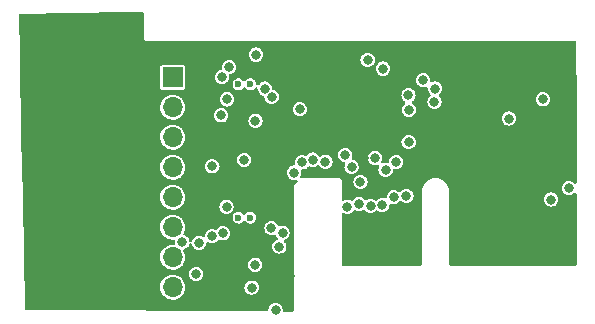
<source format=gbr>
%TF.GenerationSoftware,KiCad,Pcbnew,8.0.4*%
%TF.CreationDate,2024-09-17T19:46:24+01:00*%
%TF.ProjectId,ADE_Main_V4,4144455f-4d61-4696-9e5f-56342e6b6963,rev?*%
%TF.SameCoordinates,Original*%
%TF.FileFunction,Copper,L2,Inr*%
%TF.FilePolarity,Positive*%
%FSLAX46Y46*%
G04 Gerber Fmt 4.6, Leading zero omitted, Abs format (unit mm)*
G04 Created by KiCad (PCBNEW 8.0.4) date 2024-09-17 19:46:24*
%MOMM*%
%LPD*%
G01*
G04 APERTURE LIST*
%TA.AperFunction,ComponentPad*%
%ADD10C,0.600000*%
%TD*%
%TA.AperFunction,ComponentPad*%
%ADD11R,1.700000X1.700000*%
%TD*%
%TA.AperFunction,ComponentPad*%
%ADD12O,1.700000X1.700000*%
%TD*%
%TA.AperFunction,ViaPad*%
%ADD13C,0.800000*%
%TD*%
G04 APERTURE END LIST*
D10*
%TO.N,/UM*%
%TO.C,U3*%
X-180000Y36100000D03*
X-1180000Y36100000D03*
%TD*%
%TO.N,/UM*%
%TO.C,U1*%
X-180000Y24810000D03*
X-1180000Y24810000D03*
%TD*%
D11*
%TO.N,/RRP*%
%TO.C,J15*%
X-6750200Y36692980D03*
D12*
%TO.N,/RRM*%
X-6750200Y34152980D03*
%TO.N,/RSP*%
X-6750200Y31612980D03*
%TO.N,/RSM*%
X-6750200Y29072980D03*
%TO.N,/RTP*%
X-6750200Y26532980D03*
%TO.N,/RTM*%
X-6750200Y23992980D03*
%TO.N,/RNP*%
X-6750200Y21452980D03*
%TO.N,/RNM*%
X-6750200Y18912980D03*
%TD*%
D13*
%TO.N,GND*%
X12877800Y28778200D03*
X-16100000Y27403599D03*
X3048000Y37363400D03*
X-18640000Y32483599D03*
X12065000Y27940000D03*
X24540000Y32483599D03*
X-2540000Y39344600D03*
X-18640000Y24863599D03*
X17246600Y26085800D03*
X-18640000Y27403599D03*
X19460000Y37563599D03*
X4430000Y37400000D03*
X3200400Y19862800D03*
X-14440000Y37200000D03*
X13843000Y27762200D03*
X-14100000Y23060000D03*
X4428453Y33111500D03*
X17018000Y27711400D03*
X-13450000Y18140000D03*
X16920000Y37563599D03*
X-18640000Y29943599D03*
X390000Y17940000D03*
X9457677Y29825500D03*
X16459200Y32664400D03*
X5540000Y38930000D03*
X-13560000Y27403599D03*
X-16100000Y32483599D03*
X13868400Y25908000D03*
X-18640000Y37563599D03*
X-18640000Y22323599D03*
X-16100000Y24863599D03*
X-18640000Y19783599D03*
X1001000Y26060000D03*
X-13560000Y24863599D03*
X-16100000Y22323599D03*
X24540000Y37563599D03*
X670000Y28320000D03*
X-16100000Y29943599D03*
X-5230000Y25880000D03*
X660000Y31690000D03*
X-13560000Y40103599D03*
X-18640000Y35023599D03*
X-16100000Y19783599D03*
X1850000Y39045500D03*
X-11020000Y40103599D03*
X-13560000Y19783599D03*
X-16100000Y35023599D03*
X-16100000Y37563599D03*
X20497800Y32283400D03*
X-14520000Y29090000D03*
%TO.N,+3V3*%
X1955800Y16967200D03*
X26797000Y27305000D03*
X25298400Y26339800D03*
X11050000Y37425000D03*
X15443200Y35737800D03*
X24587200Y34823400D03*
X11277600Y28854400D03*
X-2190000Y25740000D03*
X12166600Y29514800D03*
X-1975500Y37553372D03*
%TO.N,/AVDDOUT*%
X7863900Y30124400D03*
%TO.N,/DVDDOUT*%
X9753600Y38150800D03*
%TO.N,/REF*%
X4013200Y33985200D03*
%TO.N,/ISP*%
X1040000Y35730000D03*
X-2150000Y34820000D03*
%TO.N,/INP*%
X2550000Y23540000D03*
X-2510000Y23480000D03*
%TO.N,/UR+*%
X11970000Y26540000D03*
X3524020Y28620000D03*
%TO.N,/US+*%
X10000000Y25800000D03*
X9143911Y27833911D03*
X5100000Y29720000D03*
%TO.N,/UT+*%
X8050000Y25740000D03*
%TO.N,/ADE_Reset*%
X21717000Y33197800D03*
%TO.N,/O_IN*%
X10375000Y29850000D03*
%TO.N,/SCLK*%
X13250000Y33950000D03*
X13225000Y31200000D03*
%TO.N,/MISO*%
X13214638Y35157566D03*
%TO.N,/MOSI*%
X15409211Y34609211D03*
%TO.N,/SS*%
X14459548Y36442005D03*
%TO.N,/RN*%
X-5934500Y22738843D03*
X-4520000Y22670000D03*
%TO.N,Net-(C5-Pad2)*%
X-3410000Y23230000D03*
X230000Y20824500D03*
%TO.N,Net-(C6-Pad2)*%
X260000Y33020000D03*
X-2650000Y33470000D03*
%TO.N,Net-(C13-Pad2)*%
X-700000Y29710000D03*
X-3390000Y29150000D03*
%TO.N,Net-(C16-Pad2)*%
X309163Y38610563D03*
X-2600000Y36690000D03*
%TO.N,/UM*%
X1610000Y23910000D03*
X1625500Y35047145D03*
X2277484Y22357547D03*
%TO.N,/C+*%
X-70000Y18890000D03*
%TO.N,/UR-*%
X4230000Y29490000D03*
X13040000Y26640000D03*
%TO.N,/US-*%
X11000000Y25870000D03*
X6182300Y29546200D03*
X8393411Y29123411D03*
%TO.N,/UT-*%
X9020000Y25950000D03*
%TO.N,/C-*%
X-4765656Y20033911D03*
%TD*%
%TA.AperFunction,Conductor*%
%TO.N,GND*%
G36*
X-9259161Y42182212D02*
G01*
X-9212025Y42129120D01*
X-9200000Y42075401D01*
X-9200000Y40005877D01*
X-9200045Y39954551D01*
X-9193902Y39941758D01*
X-9192773Y39936790D01*
X-9190215Y39929465D01*
X-9188006Y39924875D01*
X-9184850Y39911038D01*
X-9176006Y39899939D01*
X-9173636Y39895015D01*
X-9170084Y39889353D01*
X-9166688Y39885084D01*
X-9160547Y39872295D01*
X-9149464Y39863432D01*
X-9146293Y39859446D01*
X-9140809Y39853952D01*
X-9136827Y39850773D01*
X-9127985Y39839677D01*
X-9115207Y39833514D01*
X-9110936Y39830104D01*
X-9105286Y39826546D01*
X-9100366Y39824168D01*
X-9089285Y39815306D01*
X-9075457Y39812126D01*
X-9070876Y39809912D01*
X-9063551Y39807339D01*
X-9058580Y39806201D01*
X-9045798Y39800035D01*
X-9022787Y39800015D01*
X-9022789Y39798003D01*
X-9022723Y39797988D01*
X-9022723Y39800000D01*
X-9005877Y39800000D01*
X-8954551Y39799955D01*
X-8954555Y39795150D01*
X-8954457Y39795144D01*
X-8954457Y39800000D01*
X27281224Y39800000D01*
X27349345Y39779998D01*
X27395838Y39726342D01*
X27407221Y39674922D01*
X27447818Y34120002D01*
X27449997Y33821830D01*
X27450000Y33820909D01*
X27450000Y27811231D01*
X27429998Y27743110D01*
X27376342Y27696617D01*
X27306068Y27686513D01*
X27241488Y27716007D01*
X27234905Y27722136D01*
X27230305Y27726736D01*
X27225282Y27733282D01*
X27099841Y27829536D01*
X26953762Y27890044D01*
X26797000Y27910682D01*
X26640238Y27890044D01*
X26494159Y27829536D01*
X26368718Y27733282D01*
X26272464Y27607841D01*
X26211956Y27461762D01*
X26191318Y27305000D01*
X26211956Y27148238D01*
X26272464Y27002159D01*
X26368718Y26876718D01*
X26494159Y26780464D01*
X26640238Y26719956D01*
X26797000Y26699318D01*
X26805188Y26700396D01*
X26945574Y26718878D01*
X26953762Y26719956D01*
X27099841Y26780464D01*
X27225282Y26876718D01*
X27230305Y26883264D01*
X27234905Y26887864D01*
X27297217Y26921890D01*
X27368032Y26916825D01*
X27424868Y26874278D01*
X27449679Y26807758D01*
X27450000Y26798769D01*
X27450000Y20869636D01*
X27429998Y20801515D01*
X27376342Y20755022D01*
X27323965Y20743636D01*
X19821103Y20745780D01*
X16775964Y20746650D01*
X16707849Y20766672D01*
X16661371Y20820340D01*
X16650000Y20872650D01*
X16650000Y26339800D01*
X24692718Y26339800D01*
X24693796Y26331612D01*
X24710242Y26206695D01*
X24713356Y26183038D01*
X24773864Y26036959D01*
X24870118Y25911518D01*
X24995559Y25815264D01*
X25141638Y25754756D01*
X25298400Y25734118D01*
X25306588Y25735196D01*
X25446974Y25753678D01*
X25455162Y25754756D01*
X25601241Y25815264D01*
X25726682Y25911518D01*
X25822936Y26036959D01*
X25883444Y26183038D01*
X25886559Y26206695D01*
X25903004Y26331612D01*
X25904082Y26339800D01*
X25883444Y26496562D01*
X25822936Y26642641D01*
X25726682Y26768082D01*
X25601241Y26864336D01*
X25455162Y26924844D01*
X25298400Y26945482D01*
X25141638Y26924844D01*
X24995559Y26864336D01*
X24870118Y26768082D01*
X24773864Y26642641D01*
X24713356Y26496562D01*
X24692718Y26339800D01*
X16650000Y26339800D01*
X16650000Y26962688D01*
X16653254Y26991140D01*
X16655142Y26999284D01*
X16655143Y27000000D01*
X16654316Y27003625D01*
X16654627Y27005395D01*
X16653926Y27005334D01*
X16648992Y27061733D01*
X16636855Y27200458D01*
X16630267Y27225044D01*
X16586198Y27389516D01*
X16586197Y27389518D01*
X16584775Y27394826D01*
X16580418Y27404169D01*
X16502060Y27572210D01*
X16502057Y27572215D01*
X16499734Y27577197D01*
X16395025Y27726736D01*
X16387475Y27737519D01*
X16387473Y27737521D01*
X16384316Y27742030D01*
X16242030Y27884316D01*
X16232311Y27891122D01*
X16103583Y27981258D01*
X16077197Y27999734D01*
X16072215Y28002057D01*
X16072210Y28002060D01*
X15899808Y28082452D01*
X15899807Y28082453D01*
X15894826Y28084775D01*
X15889518Y28086197D01*
X15889516Y28086198D01*
X15705773Y28135431D01*
X15705772Y28135431D01*
X15700458Y28136855D01*
X15500000Y28154393D01*
X15299542Y28136855D01*
X15294228Y28135431D01*
X15294227Y28135431D01*
X15110484Y28086198D01*
X15110482Y28086197D01*
X15105174Y28084775D01*
X15100194Y28082453D01*
X15100192Y28082452D01*
X14927791Y28002060D01*
X14927786Y28002057D01*
X14922804Y27999734D01*
X14918297Y27996578D01*
X14918295Y27996577D01*
X14762481Y27887475D01*
X14762478Y27887473D01*
X14757970Y27884316D01*
X14615684Y27742030D01*
X14612527Y27737521D01*
X14612525Y27737519D01*
X14604975Y27726736D01*
X14500266Y27577197D01*
X14497943Y27572215D01*
X14497940Y27572210D01*
X14419582Y27404169D01*
X14415225Y27394826D01*
X14413803Y27389518D01*
X14413802Y27389516D01*
X14369733Y27225044D01*
X14363145Y27200458D01*
X14346118Y27005842D01*
X14344857Y27000358D01*
X14347988Y26986519D01*
X14347980Y26981631D01*
X14350000Y26963552D01*
X14350000Y20873379D01*
X14329998Y20805258D01*
X14276342Y20758765D01*
X14223965Y20747379D01*
X10703074Y20748385D01*
X7675964Y20749250D01*
X7607849Y20769272D01*
X7561371Y20822940D01*
X7550000Y20875250D01*
X7550000Y25112300D01*
X7570002Y25180421D01*
X7623658Y25226914D01*
X7693932Y25237018D01*
X7739000Y25221419D01*
X7740609Y25220490D01*
X7747159Y25215464D01*
X7754785Y25212305D01*
X7754787Y25212304D01*
X7831760Y25180421D01*
X7893238Y25154956D01*
X8050000Y25134318D01*
X8058188Y25135396D01*
X8198574Y25153878D01*
X8206762Y25154956D01*
X8352841Y25215464D01*
X8478282Y25311718D01*
X8545498Y25399316D01*
X8602835Y25441182D01*
X8673706Y25445404D01*
X8708457Y25431732D01*
X8710611Y25430488D01*
X8717159Y25425464D01*
X8724785Y25422305D01*
X8724787Y25422304D01*
X8831102Y25378267D01*
X8863238Y25364956D01*
X9020000Y25344318D01*
X9028188Y25345396D01*
X9168574Y25363878D01*
X9176762Y25364956D01*
X9322841Y25425464D01*
X9329394Y25430492D01*
X9329397Y25430494D01*
X9353567Y25449040D01*
X9419787Y25474641D01*
X9489336Y25460376D01*
X9530234Y25425781D01*
X9566692Y25378267D01*
X9566695Y25378264D01*
X9571718Y25371718D01*
X9697159Y25275464D01*
X9843238Y25214956D01*
X10000000Y25194318D01*
X10008188Y25195396D01*
X10148574Y25213878D01*
X10156762Y25214956D01*
X10302841Y25275464D01*
X10428282Y25371718D01*
X10433305Y25378264D01*
X10433308Y25378267D01*
X10438541Y25385087D01*
X10495879Y25426955D01*
X10566749Y25431177D01*
X10615208Y25408347D01*
X10697159Y25345464D01*
X10843238Y25284956D01*
X11000000Y25264318D01*
X11008188Y25265396D01*
X11018724Y25266783D01*
X11156762Y25284956D01*
X11302841Y25345464D01*
X11407099Y25425464D01*
X11421736Y25436695D01*
X11428282Y25441718D01*
X11524536Y25567159D01*
X11585044Y25713238D01*
X11605588Y25869287D01*
X11634310Y25934214D01*
X11693575Y25973306D01*
X11764567Y25974151D01*
X11778727Y25969250D01*
X11805605Y25958117D01*
X11805610Y25958116D01*
X11813238Y25954956D01*
X11970000Y25934318D01*
X11978188Y25935396D01*
X12118574Y25953878D01*
X12126762Y25954956D01*
X12272841Y26015464D01*
X12398282Y26111718D01*
X12403305Y26118264D01*
X12403308Y26118267D01*
X12448971Y26177777D01*
X12506309Y26219645D01*
X12577180Y26223867D01*
X12625637Y26201037D01*
X12737159Y26115464D01*
X12883238Y26054956D01*
X13040000Y26034318D01*
X13048188Y26035396D01*
X13188574Y26053878D01*
X13196762Y26054956D01*
X13342841Y26115464D01*
X13468282Y26211718D01*
X13564536Y26337159D01*
X13625044Y26483238D01*
X13645682Y26640000D01*
X13628820Y26768082D01*
X13626122Y26788574D01*
X13625044Y26796762D01*
X13564536Y26942841D01*
X13468282Y27068282D01*
X13342841Y27164536D01*
X13196762Y27225044D01*
X13172570Y27228229D01*
X13048188Y27244604D01*
X13040000Y27245682D01*
X13031812Y27244604D01*
X12907431Y27228229D01*
X12883238Y27225044D01*
X12737159Y27164536D01*
X12611718Y27068282D01*
X12606695Y27061736D01*
X12606692Y27061733D01*
X12561029Y27002223D01*
X12503691Y26960355D01*
X12432820Y26956133D01*
X12384362Y26978963D01*
X12356946Y27000000D01*
X12272841Y27064536D01*
X12126762Y27125044D01*
X11970000Y27145682D01*
X11813238Y27125044D01*
X11667159Y27064536D01*
X11541718Y26968282D01*
X11445464Y26842841D01*
X11384956Y26696762D01*
X11366141Y26553843D01*
X11364412Y26540713D01*
X11335690Y26475786D01*
X11276425Y26436694D01*
X11205433Y26435849D01*
X11191273Y26440750D01*
X11164395Y26451883D01*
X11164390Y26451884D01*
X11156762Y26455044D01*
X11000000Y26475682D01*
X10843238Y26455044D01*
X10697159Y26394536D01*
X10571718Y26298282D01*
X10566695Y26291736D01*
X10566692Y26291733D01*
X10561459Y26284913D01*
X10504121Y26243045D01*
X10433251Y26238823D01*
X10384792Y26261653D01*
X10348339Y26289624D01*
X10302841Y26324536D01*
X10156762Y26385044D01*
X10000000Y26405682D01*
X9843238Y26385044D01*
X9697159Y26324536D01*
X9690608Y26319509D01*
X9690603Y26319506D01*
X9666433Y26300960D01*
X9600213Y26275359D01*
X9530664Y26289624D01*
X9489766Y26324219D01*
X9453308Y26371733D01*
X9453304Y26371737D01*
X9448282Y26378282D01*
X9322841Y26474536D01*
X9176762Y26535044D01*
X9133702Y26540713D01*
X9080493Y26547718D01*
X9020000Y26555682D01*
X8959507Y26547718D01*
X8906299Y26540713D01*
X8863238Y26535044D01*
X8717159Y26474536D01*
X8591718Y26378282D01*
X8526483Y26293265D01*
X8524503Y26290685D01*
X8467165Y26248818D01*
X8396294Y26244596D01*
X8361543Y26258268D01*
X8359389Y26259512D01*
X8352841Y26264536D01*
X8345215Y26267695D01*
X8345213Y26267696D01*
X8214391Y26321884D01*
X8206762Y26325044D01*
X8050000Y26345682D01*
X7893238Y26325044D01*
X7885609Y26321884D01*
X7754787Y26267696D01*
X7754785Y26267695D01*
X7747159Y26264536D01*
X7740609Y26259510D01*
X7739000Y26258581D01*
X7670005Y26241843D01*
X7602913Y26265063D01*
X7559026Y26320871D01*
X7550000Y26367700D01*
X7550000Y27833911D01*
X8538229Y27833911D01*
X8558867Y27677149D01*
X8619375Y27531070D01*
X8666703Y27469391D01*
X8710440Y27412392D01*
X8715629Y27405629D01*
X8841070Y27309375D01*
X8987149Y27248867D01*
X8995337Y27247789D01*
X9019530Y27244604D01*
X9143911Y27228229D01*
X9152099Y27229307D01*
X9292485Y27247789D01*
X9300673Y27248867D01*
X9446752Y27309375D01*
X9572193Y27405629D01*
X9577383Y27412392D01*
X9621119Y27469391D01*
X9668447Y27531070D01*
X9728955Y27677149D01*
X9749593Y27833911D01*
X9728955Y27990673D01*
X9668447Y28136752D01*
X9572193Y28262193D01*
X9446752Y28358447D01*
X9300673Y28418955D01*
X9143911Y28439593D01*
X8987149Y28418955D01*
X8841070Y28358447D01*
X8715629Y28262193D01*
X8619375Y28136752D01*
X8558867Y27990673D01*
X8538229Y27833911D01*
X7550000Y27833911D01*
X7550000Y27944123D01*
X7550033Y27981258D01*
X7550033Y27981260D01*
X7550045Y27995449D01*
X7543902Y28008242D01*
X7542773Y28013210D01*
X7540215Y28020535D01*
X7538006Y28025125D01*
X7534850Y28038962D01*
X7526006Y28050061D01*
X7523636Y28054985D01*
X7520084Y28060647D01*
X7516688Y28064916D01*
X7510547Y28077705D01*
X7499464Y28086568D01*
X7496293Y28090554D01*
X7490809Y28096048D01*
X7486827Y28099227D01*
X7477985Y28110323D01*
X7465207Y28116486D01*
X7460936Y28119896D01*
X7455286Y28123454D01*
X7450366Y28125832D01*
X7439285Y28134694D01*
X7425457Y28137874D01*
X7420876Y28140088D01*
X7413551Y28142661D01*
X7408580Y28143799D01*
X7395798Y28149965D01*
X7372787Y28149985D01*
X7372789Y28151997D01*
X7372723Y28152012D01*
X7372723Y28150000D01*
X7355877Y28150000D01*
X7304551Y28150045D01*
X7304555Y28154850D01*
X7304457Y28154856D01*
X7304457Y28150000D01*
X4236076Y28150000D01*
X4233737Y28150133D01*
X4223223Y28153825D01*
X4209124Y28152256D01*
X4209123Y28152256D01*
X4195800Y28150773D01*
X4187106Y28150291D01*
X4184523Y28150000D01*
X4177454Y28150000D01*
X4177454Y28150375D01*
X4111592Y28161914D01*
X4059386Y28210029D01*
X4041480Y28278731D01*
X4051012Y28323088D01*
X4105904Y28455609D01*
X4109064Y28463238D01*
X4129702Y28620000D01*
X4113515Y28742951D01*
X4124454Y28813098D01*
X4171582Y28866197D01*
X4230171Y28883022D01*
X4230000Y28884318D01*
X4386762Y28904956D01*
X4399413Y28910196D01*
X4444032Y28928678D01*
X4532841Y28965464D01*
X4634548Y29043506D01*
X4651736Y29056695D01*
X4658282Y29061718D01*
X4663305Y29068264D01*
X4663308Y29068267D01*
X4710794Y29130153D01*
X4768132Y29172021D01*
X4839003Y29176243D01*
X4858974Y29169859D01*
X4943238Y29134956D01*
X4951426Y29133878D01*
X4995193Y29128116D01*
X5100000Y29114318D01*
X5108188Y29115396D01*
X5248574Y29133878D01*
X5256762Y29134956D01*
X5402841Y29195464D01*
X5409394Y29200492D01*
X5409397Y29200494D01*
X5486461Y29259627D01*
X5552681Y29285228D01*
X5622230Y29270963D01*
X5663127Y29236370D01*
X5729401Y29150000D01*
X5748618Y29124956D01*
X5754018Y29117918D01*
X5879459Y29021664D01*
X6025538Y28961156D01*
X6033726Y28960078D01*
X6103919Y28950837D01*
X6182300Y28940518D01*
X6190488Y28941596D01*
X6330874Y28960078D01*
X6339062Y28961156D01*
X6485141Y29021664D01*
X6610582Y29117918D01*
X6615983Y29124956D01*
X6670695Y29196259D01*
X6706836Y29243359D01*
X6767344Y29389438D01*
X6773512Y29436285D01*
X6786904Y29538012D01*
X6787982Y29546200D01*
X6770670Y29677696D01*
X6768422Y29694774D01*
X6767344Y29702962D01*
X6706836Y29849041D01*
X6622377Y29959111D01*
X6615605Y29967936D01*
X6610582Y29974482D01*
X6583534Y29995237D01*
X6547559Y30022841D01*
X6485141Y30070736D01*
X6355585Y30124400D01*
X7258218Y30124400D01*
X7278856Y29967638D01*
X7339364Y29821559D01*
X7344391Y29815008D01*
X7426152Y29708455D01*
X7435618Y29696118D01*
X7561059Y29599864D01*
X7707138Y29539356D01*
X7715324Y29538278D01*
X7715325Y29538278D01*
X7742138Y29534748D01*
X7807065Y29506025D01*
X7846156Y29446759D01*
X7847000Y29375767D01*
X7842103Y29361620D01*
X7808367Y29280173D01*
X7807289Y29271985D01*
X7798618Y29206122D01*
X7787729Y29123411D01*
X7788807Y29115223D01*
X7804867Y28993238D01*
X7808367Y28966649D01*
X7868875Y28820570D01*
X7965129Y28695129D01*
X7971675Y28690106D01*
X7979119Y28684394D01*
X8090570Y28598875D01*
X8236649Y28538367D01*
X8393411Y28517729D01*
X8401599Y28518807D01*
X8541985Y28537289D01*
X8550173Y28538367D01*
X8696252Y28598875D01*
X8807703Y28684394D01*
X8815147Y28690106D01*
X8821693Y28695129D01*
X8917947Y28820570D01*
X8978455Y28966649D01*
X8981956Y28993238D01*
X8998015Y29115223D01*
X8999093Y29123411D01*
X8988204Y29206122D01*
X8979533Y29271985D01*
X8978455Y29280173D01*
X8917947Y29426252D01*
X8831987Y29538278D01*
X8826716Y29545147D01*
X8821693Y29551693D01*
X8696252Y29647947D01*
X8550173Y29708455D01*
X8541987Y29709533D01*
X8541986Y29709533D01*
X8515173Y29713063D01*
X8450246Y29741786D01*
X8411155Y29801052D01*
X8410573Y29850000D01*
X9769318Y29850000D01*
X9789956Y29693238D01*
X9850464Y29547159D01*
X9946718Y29421718D01*
X10072159Y29325464D01*
X10218238Y29264956D01*
X10375000Y29244318D01*
X10383188Y29245396D01*
X10425672Y29250989D01*
X10531762Y29264956D01*
X10571720Y29281507D01*
X10642308Y29289096D01*
X10705795Y29257317D01*
X10742023Y29196259D01*
X10739489Y29125308D01*
X10736347Y29116882D01*
X10692556Y29011162D01*
X10671918Y28854400D01*
X10692556Y28697638D01*
X10753064Y28551559D01*
X10849318Y28426118D01*
X10974759Y28329864D01*
X11120838Y28269356D01*
X11277600Y28248718D01*
X11285788Y28249796D01*
X11426174Y28268278D01*
X11434362Y28269356D01*
X11580441Y28329864D01*
X11705882Y28426118D01*
X11802136Y28551559D01*
X11862644Y28697638D01*
X11878744Y28819928D01*
X11907467Y28884855D01*
X11966732Y28923946D01*
X12020112Y28928403D01*
X12158412Y28910196D01*
X12166600Y28909118D01*
X12174788Y28910196D01*
X12315174Y28928678D01*
X12323362Y28929756D01*
X12469441Y28990264D01*
X12594882Y29086518D01*
X12691136Y29211959D01*
X12751644Y29358038D01*
X12754774Y29381809D01*
X12771204Y29506612D01*
X12772282Y29514800D01*
X12751644Y29671562D01*
X12691136Y29817641D01*
X12594882Y29943082D01*
X12469441Y30039336D01*
X12341653Y30092268D01*
X12330991Y30096684D01*
X12323362Y30099844D01*
X12166600Y30120482D01*
X12009838Y30099844D01*
X12002209Y30096684D01*
X11991547Y30092268D01*
X11863759Y30039336D01*
X11738318Y29943082D01*
X11642064Y29817641D01*
X11581556Y29671562D01*
X11580478Y29663374D01*
X11565456Y29549272D01*
X11536733Y29484345D01*
X11477468Y29445254D01*
X11424088Y29440797D01*
X11285788Y29459004D01*
X11277600Y29460082D01*
X11269412Y29459004D01*
X11164970Y29445254D01*
X11120838Y29439444D01*
X11080880Y29422893D01*
X11010292Y29415304D01*
X10946805Y29447083D01*
X10910577Y29508141D01*
X10913111Y29579092D01*
X10916254Y29587520D01*
X10956884Y29685609D01*
X10960044Y29693238D01*
X10980682Y29850000D01*
X10960044Y30006762D01*
X10899536Y30152841D01*
X10803282Y30278282D01*
X10785556Y30291884D01*
X10684392Y30369509D01*
X10677841Y30374536D01*
X10531762Y30435044D01*
X10375000Y30455682D01*
X10218238Y30435044D01*
X10072159Y30374536D01*
X10065608Y30369509D01*
X9964445Y30291884D01*
X9946718Y30278282D01*
X9850464Y30152841D01*
X9789956Y30006762D01*
X9769318Y29850000D01*
X8410573Y29850000D01*
X8410311Y29872044D01*
X8415208Y29886191D01*
X8448944Y29967638D01*
X8469582Y30124400D01*
X8448944Y30281162D01*
X8388436Y30427241D01*
X8292182Y30552682D01*
X8166741Y30648936D01*
X8020662Y30709444D01*
X7863900Y30730082D01*
X7707138Y30709444D01*
X7561059Y30648936D01*
X7435618Y30552682D01*
X7339364Y30427241D01*
X7278856Y30281162D01*
X7258218Y30124400D01*
X6355585Y30124400D01*
X6339062Y30131244D01*
X6328854Y30132588D01*
X6247449Y30143305D01*
X6182300Y30151882D01*
X6117151Y30143305D01*
X6035747Y30132588D01*
X6025538Y30131244D01*
X5879459Y30070736D01*
X5872908Y30065709D01*
X5872903Y30065706D01*
X5795839Y30006573D01*
X5729619Y29980972D01*
X5660070Y29995237D01*
X5619172Y30029831D01*
X5616160Y30033757D01*
X5528282Y30148282D01*
X5402841Y30244536D01*
X5256762Y30305044D01*
X5100000Y30325682D01*
X4943238Y30305044D01*
X4797159Y30244536D01*
X4671718Y30148282D01*
X4666695Y30141736D01*
X4666692Y30141733D01*
X4619206Y30079847D01*
X4561868Y30037979D01*
X4490997Y30033757D01*
X4471025Y30040141D01*
X4463754Y30043153D01*
X4409299Y30065709D01*
X4394391Y30071884D01*
X4386762Y30075044D01*
X4350280Y30079847D01*
X4238188Y30094604D01*
X4230000Y30095682D01*
X4221812Y30094604D01*
X4109721Y30079847D01*
X4073238Y30075044D01*
X3927159Y30014536D01*
X3801718Y29918282D01*
X3705464Y29792841D01*
X3644956Y29646762D01*
X3624318Y29490000D01*
X3640505Y29367049D01*
X3629566Y29296902D01*
X3582438Y29243803D01*
X3523849Y29226978D01*
X3524020Y29225682D01*
X3367258Y29205044D01*
X3221179Y29144536D01*
X3095738Y29048282D01*
X3090715Y29041736D01*
X3079171Y29026691D01*
X2999484Y28922841D01*
X2938976Y28776762D01*
X2918338Y28620000D01*
X2938976Y28463238D01*
X2999484Y28317159D01*
X3067961Y28227918D01*
X3081688Y28210029D01*
X3095738Y28191718D01*
X3102284Y28186695D01*
X3131938Y28163941D01*
X3221179Y28095464D01*
X3367258Y28034956D01*
X3375446Y28033878D01*
X3399586Y28030700D01*
X3524020Y28014318D01*
X3532208Y28015396D01*
X3549170Y28017629D01*
X3680782Y28034956D01*
X3681164Y28032053D01*
X3738014Y28030700D01*
X3796810Y27990907D01*
X3824759Y27925643D01*
X3812986Y27855629D01*
X3788745Y27821588D01*
X3634088Y27666931D01*
X3632340Y27665370D01*
X3622295Y27660547D01*
X3613435Y27649467D01*
X3613434Y27649467D01*
X3605062Y27638998D01*
X3599263Y27632518D01*
X3597639Y27630482D01*
X3592636Y27625479D01*
X3588875Y27619494D01*
X3586901Y27617020D01*
X3582241Y27610462D01*
X3565306Y27589285D01*
X3562663Y27577789D01*
X3556386Y27567803D01*
X3554792Y27553705D01*
X3553340Y27540862D01*
X3551932Y27532627D01*
X3551596Y27529663D01*
X3550000Y27522723D01*
X3550000Y27515603D01*
X3549684Y27512819D01*
X3549202Y27504262D01*
X3546135Y27477134D01*
X3549859Y27466471D01*
X3550000Y27463941D01*
X3550000Y16982076D01*
X3529998Y16913955D01*
X3476342Y16867462D01*
X3423481Y16856077D01*
X2954143Y16858018D01*
X2685688Y16859129D01*
X2617650Y16879413D01*
X2571380Y16933260D01*
X2561287Y16968682D01*
X2541922Y17115774D01*
X2540844Y17123962D01*
X2480336Y17270041D01*
X2384082Y17395482D01*
X2258641Y17491736D01*
X2112562Y17552244D01*
X1955800Y17572882D01*
X1799038Y17552244D01*
X1652959Y17491736D01*
X1527518Y17395482D01*
X1431264Y17270041D01*
X1370756Y17123962D01*
X1369678Y17115774D01*
X1351108Y16974721D01*
X1322386Y16909793D01*
X1263120Y16870702D01*
X1225665Y16865168D01*
X-19130969Y16949358D01*
X-19199007Y16969642D01*
X-19245277Y17023489D01*
X-19256421Y17072755D01*
X-19294737Y18927718D01*
X-7805680Y18927718D01*
X-7805164Y18921574D01*
X-7790036Y18741426D01*
X-7788441Y18722427D01*
X-7786742Y18716502D01*
X-7751841Y18594789D01*
X-7731656Y18524394D01*
X-7728841Y18518917D01*
X-7728840Y18518914D01*
X-7640303Y18346639D01*
X-7637488Y18341162D01*
X-7509523Y18179710D01*
X-7352636Y18046189D01*
X-7172802Y17945683D01*
X-7077962Y17914867D01*
X-6982729Y17883924D01*
X-6982725Y17883923D01*
X-6976871Y17882021D01*
X-6772306Y17857629D01*
X-6766171Y17858101D01*
X-6766169Y17858101D01*
X-6710161Y17862411D01*
X-6566900Y17873434D01*
X-6560970Y17875090D01*
X-6560968Y17875090D01*
X-6374403Y17927180D01*
X-6374404Y17927180D01*
X-6368475Y17928835D01*
X-6362986Y17931608D01*
X-6362980Y17931610D01*
X-6190084Y18018947D01*
X-6184590Y18021722D01*
X-6022249Y18148556D01*
X-5887636Y18304508D01*
X-5866813Y18341162D01*
X-5801182Y18456695D01*
X-5785877Y18483636D01*
X-5720849Y18679117D01*
X-5695029Y18883506D01*
X-5694938Y18890000D01*
X-675682Y18890000D01*
X-655044Y18733238D01*
X-594536Y18587159D01*
X-498282Y18461718D01*
X-372841Y18365464D01*
X-226762Y18304956D01*
X-218574Y18303878D01*
X-148381Y18294637D01*
X-70000Y18284318D01*
X-61812Y18285396D01*
X78574Y18303878D01*
X86762Y18304956D01*
X232841Y18365464D01*
X358282Y18461718D01*
X454536Y18587159D01*
X515044Y18733238D01*
X535682Y18890000D01*
X515044Y19046762D01*
X454536Y19192841D01*
X358282Y19318282D01*
X232841Y19414536D01*
X86762Y19475044D01*
X-70000Y19495682D01*
X-226762Y19475044D01*
X-372841Y19414536D01*
X-498282Y19318282D01*
X-594536Y19192841D01*
X-655044Y19046762D01*
X-675682Y18890000D01*
X-5694938Y18890000D01*
X-5694617Y18912980D01*
X-5714720Y19118010D01*
X-5774265Y19315231D01*
X-5870982Y19497131D01*
X-5964810Y19612175D01*
X-5997294Y19652005D01*
X-5997297Y19652008D01*
X-6001189Y19656780D01*
X-6113872Y19750000D01*
X-6155175Y19784169D01*
X-6155179Y19784171D01*
X-6159925Y19788098D01*
X-6341145Y19886083D01*
X-6537946Y19947003D01*
X-6544071Y19947647D01*
X-6544072Y19947647D01*
X-6736702Y19967893D01*
X-6736704Y19967893D01*
X-6742831Y19968537D01*
X-6825234Y19961038D01*
X-6941858Y19950425D01*
X-6941861Y19950424D01*
X-6947997Y19949866D01*
X-7145628Y19891700D01*
X-7328198Y19796254D01*
X-7332999Y19792394D01*
X-7333002Y19792392D01*
X-7343229Y19784169D01*
X-7488753Y19667165D01*
X-7621176Y19509350D01*
X-7624144Y19503952D01*
X-7624147Y19503947D01*
X-7705333Y19356268D01*
X-7720424Y19328818D01*
X-7782716Y19132448D01*
X-7783402Y19126331D01*
X-7783403Y19126327D01*
X-7792327Y19046762D01*
X-7805680Y18927718D01*
X-19294737Y18927718D01*
X-19317586Y20033911D01*
X-5371338Y20033911D01*
X-5350700Y19877149D01*
X-5290192Y19731070D01*
X-5193938Y19605629D01*
X-5068497Y19509375D01*
X-4922418Y19448867D01*
X-4765656Y19428229D01*
X-4757468Y19429307D01*
X-4732667Y19432572D01*
X-4608894Y19448867D01*
X-4462815Y19509375D01*
X-4337374Y19605629D01*
X-4241120Y19731070D01*
X-4180612Y19877149D01*
X-4159974Y20033911D01*
X-4180612Y20190673D01*
X-4241120Y20336752D01*
X-4337374Y20462193D01*
X-4349646Y20471610D01*
X-4414872Y20521659D01*
X-4462815Y20558447D01*
X-4608894Y20618955D01*
X-4765656Y20639593D01*
X-4922418Y20618955D01*
X-5068497Y20558447D01*
X-5116440Y20521659D01*
X-5181665Y20471610D01*
X-5193938Y20462193D01*
X-5290192Y20336752D01*
X-5350700Y20190673D01*
X-5371338Y20033911D01*
X-19317586Y20033911D01*
X-19347203Y21467718D01*
X-7805680Y21467718D01*
X-7788441Y21262427D01*
X-7731656Y21064394D01*
X-7728841Y21058917D01*
X-7728840Y21058914D01*
X-7707953Y21018273D01*
X-7637488Y20881162D01*
X-7509523Y20719710D01*
X-7352636Y20586189D01*
X-7172802Y20485683D01*
X-7100507Y20462193D01*
X-6982729Y20423924D01*
X-6982725Y20423923D01*
X-6976871Y20422021D01*
X-6772306Y20397629D01*
X-6766171Y20398101D01*
X-6766169Y20398101D01*
X-6705570Y20402764D01*
X-6566900Y20413434D01*
X-6560970Y20415090D01*
X-6560968Y20415090D01*
X-6374403Y20467180D01*
X-6374404Y20467180D01*
X-6368475Y20468835D01*
X-6362986Y20471608D01*
X-6362980Y20471610D01*
X-6201025Y20553420D01*
X-6184590Y20561722D01*
X-6022249Y20688556D01*
X-5974705Y20743636D01*
X-5904906Y20824500D01*
X-375682Y20824500D01*
X-355044Y20667738D01*
X-294536Y20521659D01*
X-198282Y20396218D01*
X-72841Y20299964D01*
X73238Y20239456D01*
X230000Y20218818D01*
X238188Y20219896D01*
X378574Y20238378D01*
X386762Y20239456D01*
X532841Y20299964D01*
X658282Y20396218D01*
X754536Y20521659D01*
X815044Y20667738D01*
X835682Y20824500D01*
X815044Y20981262D01*
X754536Y21127341D01*
X658282Y21252782D01*
X532841Y21349036D01*
X386762Y21409544D01*
X230000Y21430182D01*
X73238Y21409544D01*
X-72841Y21349036D01*
X-198282Y21252782D01*
X-294536Y21127341D01*
X-355044Y20981262D01*
X-375682Y20824500D01*
X-5904906Y20824500D01*
X-5891660Y20839846D01*
X-5891660Y20839847D01*
X-5887636Y20844508D01*
X-5866813Y20881162D01*
X-5788924Y21018273D01*
X-5785877Y21023636D01*
X-5720849Y21219117D01*
X-5695029Y21423506D01*
X-5694617Y21452980D01*
X-5714720Y21658010D01*
X-5774265Y21855231D01*
X-5839867Y21978612D01*
X-5854186Y22048150D01*
X-5828638Y22114390D01*
X-5776833Y22154174D01*
X-5631659Y22214307D01*
X-5506218Y22310561D01*
X-5489466Y22332392D01*
X-5476447Y22349359D01*
X-5409964Y22436002D01*
X-5350821Y22578785D01*
X-5306272Y22634065D01*
X-5238909Y22656486D01*
X-5170117Y22638928D01*
X-5121739Y22586965D01*
X-5109490Y22547013D01*
X-5105044Y22513238D01*
X-5044536Y22367159D01*
X-4948282Y22241718D01*
X-4822841Y22145464D01*
X-4676762Y22084956D01*
X-4520000Y22064318D01*
X-4511812Y22065396D01*
X-4371426Y22083878D01*
X-4363238Y22084956D01*
X-4217159Y22145464D01*
X-4091718Y22241718D01*
X-3995464Y22367159D01*
X-3934956Y22513238D01*
X-3927217Y22572021D01*
X-3920077Y22626253D01*
X-3891354Y22691180D01*
X-3832089Y22730271D01*
X-3761097Y22731116D01*
X-3726905Y22713999D01*
X-3726546Y22714621D01*
X-3719393Y22710491D01*
X-3712841Y22705464D01*
X-3566762Y22644956D01*
X-3410000Y22624318D01*
X-3401812Y22625396D01*
X-3261426Y22643878D01*
X-3253238Y22644956D01*
X-3107159Y22705464D01*
X-2981718Y22801718D01*
X-2910324Y22894761D01*
X-2852987Y22936627D01*
X-2782116Y22940849D01*
X-2762152Y22934468D01*
X-2666762Y22894956D01*
X-2510000Y22874318D01*
X-2501812Y22875396D01*
X-2361426Y22893878D01*
X-2353238Y22894956D01*
X-2207159Y22955464D01*
X-2081718Y23051718D01*
X-1985464Y23177159D01*
X-1924956Y23323238D01*
X-1904318Y23480000D01*
X-1924956Y23636762D01*
X-1985464Y23782841D01*
X-2081718Y23908282D01*
X-2083957Y23910000D01*
X1004318Y23910000D01*
X1024956Y23753238D01*
X1085464Y23607159D01*
X1181718Y23481718D01*
X1307159Y23385464D01*
X1453238Y23324956D01*
X1461426Y23323878D01*
X1508444Y23317688D01*
X1610000Y23304318D01*
X1618188Y23305396D01*
X1758574Y23323878D01*
X1766762Y23324956D01*
X1774389Y23328115D01*
X1774392Y23328116D01*
X1840128Y23355345D01*
X1910718Y23362934D01*
X1974205Y23331155D01*
X2004754Y23287155D01*
X2022301Y23244793D01*
X2022304Y23244788D01*
X2025464Y23237159D01*
X2030491Y23230608D01*
X2030494Y23230603D01*
X2119991Y23113968D01*
X2145592Y23047748D01*
X2131327Y22978199D01*
X2081726Y22927403D01*
X2068249Y22920856D01*
X1974643Y22882083D01*
X1849202Y22785829D01*
X1752948Y22660388D01*
X1692440Y22514309D01*
X1671802Y22357547D01*
X1692440Y22200785D01*
X1752948Y22054706D01*
X1849202Y21929265D01*
X1974643Y21833011D01*
X2120722Y21772503D01*
X2277484Y21751865D01*
X2285672Y21752943D01*
X2426058Y21771425D01*
X2434246Y21772503D01*
X2580325Y21833011D01*
X2705766Y21929265D01*
X2802020Y22054706D01*
X2862528Y22200785D01*
X2883166Y22357547D01*
X2862528Y22514309D01*
X2802020Y22660388D01*
X2796992Y22666941D01*
X2796990Y22666944D01*
X2707493Y22783579D01*
X2681892Y22849799D01*
X2696157Y22919348D01*
X2745758Y22970144D01*
X2759237Y22976692D01*
X2762875Y22978199D01*
X2852841Y23015464D01*
X2978282Y23111718D01*
X3074536Y23237159D01*
X3135044Y23383238D01*
X3155682Y23540000D01*
X3135044Y23696762D01*
X3074536Y23842841D01*
X3006059Y23932082D01*
X2983305Y23961736D01*
X2978282Y23968282D01*
X2852841Y24064536D01*
X2706762Y24125044D01*
X2550000Y24145682D01*
X2393238Y24125044D01*
X2385611Y24121885D01*
X2385608Y24121884D01*
X2319872Y24094655D01*
X2249282Y24087066D01*
X2185795Y24118845D01*
X2155246Y24162845D01*
X2137699Y24205207D01*
X2137696Y24205212D01*
X2134536Y24212841D01*
X2038282Y24338282D01*
X2021798Y24350931D01*
X1921868Y24427609D01*
X1912841Y24434536D01*
X1766762Y24495044D01*
X1610000Y24515682D01*
X1453238Y24495044D01*
X1307159Y24434536D01*
X1298132Y24427609D01*
X1198203Y24350931D01*
X1181718Y24338282D01*
X1085464Y24212841D01*
X1024956Y24066762D01*
X1004318Y23910000D01*
X-2083957Y23910000D01*
X-2207159Y24004536D01*
X-2353238Y24065044D01*
X-2366287Y24066762D01*
X-2501812Y24084604D01*
X-2510000Y24085682D01*
X-2518188Y24084604D01*
X-2653712Y24066762D01*
X-2666762Y24065044D01*
X-2812841Y24004536D01*
X-2938282Y23908282D01*
X-3008998Y23816122D01*
X-3009675Y23815240D01*
X-3067013Y23773373D01*
X-3137884Y23769151D01*
X-3157848Y23775532D01*
X-3253238Y23815044D01*
X-3410000Y23835682D01*
X-3566762Y23815044D01*
X-3712841Y23754536D01*
X-3838282Y23658282D01*
X-3934536Y23532841D01*
X-3995044Y23386762D01*
X-3996122Y23378574D01*
X-4009923Y23273747D01*
X-4038646Y23208820D01*
X-4097911Y23169729D01*
X-4168903Y23168884D01*
X-4203095Y23186001D01*
X-4203454Y23185379D01*
X-4210607Y23189509D01*
X-4217159Y23194536D01*
X-4363238Y23255044D01*
X-4520000Y23275682D01*
X-4676762Y23255044D01*
X-4822841Y23194536D01*
X-4948282Y23098282D01*
X-5044536Y22972841D01*
X-5084899Y22875396D01*
X-5103679Y22830058D01*
X-5148228Y22774778D01*
X-5215591Y22752357D01*
X-5284383Y22769915D01*
X-5332761Y22821878D01*
X-5345010Y22861832D01*
X-5346795Y22875396D01*
X-5349456Y22895605D01*
X-5409964Y23041684D01*
X-5506218Y23167125D01*
X-5631659Y23263379D01*
X-5762772Y23317688D01*
X-5818053Y23362236D01*
X-5840474Y23429600D01*
X-5824110Y23496334D01*
X-5785877Y23563636D01*
X-5720849Y23759117D01*
X-5695029Y23963506D01*
X-5694617Y23992980D01*
X-5714720Y24198010D01*
X-5774265Y24395231D01*
X-5870982Y24577131D01*
X-5950004Y24674021D01*
X-5997294Y24732005D01*
X-5997297Y24732008D01*
X-6001189Y24736780D01*
X-6086399Y24807272D01*
X-6097163Y24816177D01*
X-1685609Y24816177D01*
X-1684445Y24807275D01*
X-1684445Y24807272D01*
X-1683186Y24797646D01*
X-1667020Y24674021D01*
X-1609280Y24542797D01*
X-1603503Y24535924D01*
X-1603502Y24535923D01*
X-1585446Y24514443D01*
X-1517030Y24433052D01*
X-1397687Y24353610D01*
X-1260843Y24310858D01*
X-1251871Y24310694D01*
X-1251868Y24310693D01*
X-1186537Y24309496D01*
X-1117501Y24308230D01*
X-1108467Y24310693D01*
X-987842Y24343579D01*
X-987840Y24343580D01*
X-979183Y24345940D01*
X-857009Y24420955D01*
X-850986Y24427609D01*
X-850982Y24427612D01*
X-772387Y24514443D01*
X-711844Y24551524D01*
X-640864Y24549987D01*
X-582521Y24510963D01*
X-517030Y24433052D01*
X-397687Y24353610D01*
X-260843Y24310858D01*
X-251871Y24310694D01*
X-251868Y24310693D01*
X-186537Y24309496D01*
X-117501Y24308230D01*
X-108467Y24310693D01*
X12158Y24343579D01*
X12160Y24343580D01*
X20817Y24345940D01*
X142991Y24420955D01*
X239200Y24527246D01*
X301710Y24656267D01*
X325496Y24797646D01*
X325647Y24810000D01*
X305323Y24951918D01*
X245984Y25082428D01*
X227598Y25103766D01*
X158260Y25184237D01*
X158257Y25184240D01*
X152400Y25191037D01*
X32095Y25269015D01*
X-105261Y25310093D01*
X-114237Y25310148D01*
X-114238Y25310148D01*
X-174445Y25310516D01*
X-248624Y25310969D01*
X-386471Y25271572D01*
X-507720Y25195070D01*
X-513662Y25188342D01*
X-513663Y25188341D01*
X-540356Y25158116D01*
X-584877Y25107705D01*
X-585901Y25106546D01*
X-645987Y25068727D01*
X-716980Y25069397D01*
X-775796Y25107705D01*
X-841740Y25184237D01*
X-841743Y25184240D01*
X-847600Y25191037D01*
X-967905Y25269015D01*
X-1105261Y25310093D01*
X-1114237Y25310148D01*
X-1114238Y25310148D01*
X-1174445Y25310516D01*
X-1248624Y25310969D01*
X-1386471Y25271572D01*
X-1507720Y25195070D01*
X-1513662Y25188342D01*
X-1513663Y25188341D01*
X-1540356Y25158116D01*
X-1602623Y25087612D01*
X-1663553Y24957837D01*
X-1664934Y24948965D01*
X-1675810Y24879111D01*
X-1685609Y24816177D01*
X-6097163Y24816177D01*
X-6155175Y24864169D01*
X-6155179Y24864171D01*
X-6159925Y24868098D01*
X-6341145Y24966083D01*
X-6537946Y25027003D01*
X-6544071Y25027647D01*
X-6544072Y25027647D01*
X-6736702Y25047893D01*
X-6736704Y25047893D01*
X-6742831Y25048537D01*
X-6829671Y25040634D01*
X-6941858Y25030425D01*
X-6941861Y25030424D01*
X-6947997Y25029866D01*
X-7145628Y24971700D01*
X-7151093Y24968843D01*
X-7172145Y24957837D01*
X-7328198Y24876254D01*
X-7332999Y24872394D01*
X-7333002Y24872392D01*
X-7483946Y24751030D01*
X-7488753Y24747165D01*
X-7621176Y24589350D01*
X-7624144Y24583952D01*
X-7624147Y24583947D01*
X-7707101Y24433052D01*
X-7720424Y24408818D01*
X-7782716Y24212448D01*
X-7783402Y24206331D01*
X-7783403Y24206327D01*
X-7799057Y24066762D01*
X-7805680Y24007718D01*
X-7805164Y24001574D01*
X-7789500Y23815044D01*
X-7788441Y23802427D01*
X-7786742Y23796502D01*
X-7738589Y23628574D01*
X-7731656Y23604394D01*
X-7728841Y23598917D01*
X-7728840Y23598914D01*
X-7641825Y23429600D01*
X-7637488Y23421162D01*
X-7509523Y23259710D01*
X-7504830Y23255716D01*
X-7504829Y23255715D01*
X-7403795Y23169729D01*
X-7352636Y23126189D01*
X-7347258Y23123183D01*
X-7347256Y23123182D01*
X-7290990Y23091736D01*
X-7172802Y23025683D01*
X-7077962Y22994867D01*
X-6982729Y22963924D01*
X-6982725Y22963923D01*
X-6976871Y22962021D01*
X-6772306Y22937629D01*
X-6766171Y22938101D01*
X-6766168Y22938101D01*
X-6666229Y22945791D01*
X-6596775Y22931074D01*
X-6546303Y22881143D01*
X-6530837Y22811851D01*
X-6531640Y22803730D01*
X-6540182Y22738843D01*
X-6539104Y22730655D01*
X-6527455Y22642170D01*
X-6538394Y22572021D01*
X-6585523Y22518923D01*
X-6653877Y22499733D01*
X-6665541Y22500414D01*
X-6742831Y22508537D01*
X-6829671Y22500634D01*
X-6941858Y22490425D01*
X-6941861Y22490424D01*
X-6947997Y22489866D01*
X-7145628Y22431700D01*
X-7328198Y22336254D01*
X-7332999Y22332394D01*
X-7333002Y22332392D01*
X-7437636Y22248264D01*
X-7488753Y22207165D01*
X-7621176Y22049350D01*
X-7624144Y22043952D01*
X-7624147Y22043947D01*
X-7717457Y21874215D01*
X-7720424Y21868818D01*
X-7782716Y21672448D01*
X-7783402Y21666331D01*
X-7783403Y21666327D01*
X-7804993Y21473843D01*
X-7805680Y21467718D01*
X-19347203Y21467718D01*
X-19452135Y26547718D01*
X-7805680Y26547718D01*
X-7805164Y26541574D01*
X-7791754Y26381884D01*
X-7788441Y26342427D01*
X-7783311Y26324536D01*
X-7740549Y26175409D01*
X-7731656Y26144394D01*
X-7728841Y26138917D01*
X-7728840Y26138914D01*
X-7643729Y25973306D01*
X-7637488Y25961162D01*
X-7509523Y25799710D01*
X-7504830Y25795716D01*
X-7504829Y25795715D01*
X-7398954Y25705609D01*
X-7352636Y25666189D01*
X-7172802Y25565683D01*
X-7081798Y25536114D01*
X-6982729Y25503924D01*
X-6982725Y25503923D01*
X-6976871Y25502021D01*
X-6772306Y25477629D01*
X-6766171Y25478101D01*
X-6766169Y25478101D01*
X-6710161Y25482411D01*
X-6566900Y25493434D01*
X-6560970Y25495090D01*
X-6560968Y25495090D01*
X-6374403Y25547180D01*
X-6374404Y25547180D01*
X-6368475Y25548835D01*
X-6362986Y25551608D01*
X-6362980Y25551610D01*
X-6190084Y25638947D01*
X-6184590Y25641722D01*
X-6058799Y25740000D01*
X-2795682Y25740000D01*
X-2775044Y25583238D01*
X-2714536Y25437159D01*
X-2618282Y25311718D01*
X-2492841Y25215464D01*
X-2346762Y25154956D01*
X-2190000Y25134318D01*
X-2181812Y25135396D01*
X-2041426Y25153878D01*
X-2033238Y25154956D01*
X-1887159Y25215464D01*
X-1761718Y25311718D01*
X-1665464Y25437159D01*
X-1604956Y25583238D01*
X-1584318Y25740000D01*
X-1604956Y25896762D01*
X-1665464Y26042841D01*
X-1761718Y26168282D01*
X-1775258Y26178672D01*
X-1818325Y26211718D01*
X-1887159Y26264536D01*
X-2020612Y26319814D01*
X-2025609Y26321884D01*
X-2033238Y26325044D01*
X-2190000Y26345682D01*
X-2346762Y26325044D01*
X-2354391Y26321884D01*
X-2359388Y26319814D01*
X-2492841Y26264536D01*
X-2561675Y26211718D01*
X-2604741Y26178672D01*
X-2618282Y26168282D01*
X-2714536Y26042841D01*
X-2775044Y25896762D01*
X-2795682Y25740000D01*
X-6058799Y25740000D01*
X-6022249Y25768556D01*
X-5984659Y25812104D01*
X-5891660Y25919846D01*
X-5891660Y25919847D01*
X-5887636Y25924508D01*
X-5866813Y25961162D01*
X-5823755Y26036959D01*
X-5785877Y26103636D01*
X-5720849Y26299117D01*
X-5695029Y26503506D01*
X-5694617Y26532980D01*
X-5714720Y26738010D01*
X-5774265Y26935231D01*
X-5870982Y27117131D01*
X-5959873Y27226122D01*
X-5997294Y27272005D01*
X-5997297Y27272008D01*
X-6001189Y27276780D01*
X-6035364Y27305052D01*
X-6155175Y27404169D01*
X-6155179Y27404171D01*
X-6159925Y27408098D01*
X-6341145Y27506083D01*
X-6537946Y27567003D01*
X-6544071Y27567647D01*
X-6544072Y27567647D01*
X-6736702Y27587893D01*
X-6736704Y27587893D01*
X-6742831Y27588537D01*
X-6817904Y27581705D01*
X-6941858Y27570425D01*
X-6941861Y27570424D01*
X-6947997Y27569866D01*
X-7145628Y27511700D01*
X-7151093Y27508843D01*
X-7161977Y27503153D01*
X-7328198Y27416254D01*
X-7332999Y27412394D01*
X-7333002Y27412392D01*
X-7466506Y27305052D01*
X-7488753Y27287165D01*
X-7621176Y27129350D01*
X-7624144Y27123952D01*
X-7624147Y27123947D01*
X-7702385Y26981631D01*
X-7720424Y26948818D01*
X-7782716Y26752448D01*
X-7783402Y26746331D01*
X-7783403Y26746327D01*
X-7804787Y26555682D01*
X-7805680Y26547718D01*
X-19452135Y26547718D01*
X-19504601Y29087718D01*
X-7805680Y29087718D01*
X-7805164Y29081574D01*
X-7790242Y28903878D01*
X-7788441Y28882427D01*
X-7786742Y28876502D01*
X-7734734Y28695129D01*
X-7731656Y28684394D01*
X-7728841Y28678917D01*
X-7728840Y28678914D01*
X-7660221Y28545396D01*
X-7637488Y28501162D01*
X-7509523Y28339710D01*
X-7504830Y28335716D01*
X-7504829Y28335715D01*
X-7425590Y28268278D01*
X-7352636Y28206189D01*
X-7347258Y28203183D01*
X-7347256Y28203182D01*
X-7317756Y28186695D01*
X-7172802Y28105683D01*
X-7086695Y28077705D01*
X-6982729Y28043924D01*
X-6982725Y28043923D01*
X-6976871Y28042021D01*
X-6772306Y28017629D01*
X-6766171Y28018101D01*
X-6766169Y28018101D01*
X-6710161Y28022411D01*
X-6566900Y28033434D01*
X-6560970Y28035090D01*
X-6560968Y28035090D01*
X-6437096Y28069676D01*
X-6368475Y28088835D01*
X-6362986Y28091608D01*
X-6362980Y28091610D01*
X-6190084Y28178947D01*
X-6184590Y28181722D01*
X-6171795Y28191718D01*
X-6068378Y28272516D01*
X-6022249Y28308556D01*
X-6003856Y28329864D01*
X-5891660Y28459846D01*
X-5891660Y28459847D01*
X-5887636Y28464508D01*
X-5866813Y28501162D01*
X-5830574Y28564956D01*
X-5785877Y28643636D01*
X-5720849Y28839117D01*
X-5695029Y29043506D01*
X-5694617Y29072980D01*
X-5702169Y29150000D01*
X-3995682Y29150000D01*
X-3975044Y28993238D01*
X-3914536Y28847159D01*
X-3818282Y28721718D01*
X-3692841Y28625464D01*
X-3546762Y28564956D01*
X-3390000Y28544318D01*
X-3381812Y28545396D01*
X-3241426Y28563878D01*
X-3233238Y28564956D01*
X-3087159Y28625464D01*
X-2961718Y28721718D01*
X-2865464Y28847159D01*
X-2804956Y28993238D01*
X-2784318Y29150000D01*
X-2801171Y29278010D01*
X-2803878Y29298574D01*
X-2804956Y29306762D01*
X-2865464Y29452841D01*
X-2961718Y29578282D01*
X-3087159Y29674536D01*
X-3172777Y29710000D01*
X-1305682Y29710000D01*
X-1285044Y29553238D01*
X-1224536Y29407159D01*
X-1128282Y29281718D01*
X-1121736Y29276695D01*
X-1110554Y29268115D01*
X-1002841Y29185464D01*
X-856762Y29124956D01*
X-848574Y29123878D01*
X-803303Y29117918D01*
X-700000Y29104318D01*
X-691812Y29105396D01*
X-551426Y29123878D01*
X-543238Y29124956D01*
X-397159Y29185464D01*
X-289446Y29268115D01*
X-278264Y29276695D01*
X-271718Y29281718D01*
X-175464Y29407159D01*
X-114956Y29553238D01*
X-94318Y29710000D01*
X-114956Y29866762D01*
X-175464Y30012841D01*
X-264240Y30128537D01*
X-266695Y30131736D01*
X-271718Y30138282D01*
X-397159Y30234536D01*
X-543238Y30295044D01*
X-700000Y30315682D01*
X-856762Y30295044D01*
X-1002841Y30234536D01*
X-1128282Y30138282D01*
X-1133305Y30131736D01*
X-1135760Y30128537D01*
X-1224536Y30012841D01*
X-1285044Y29866762D01*
X-1305682Y29710000D01*
X-3172777Y29710000D01*
X-3233238Y29735044D01*
X-3390000Y29755682D01*
X-3546762Y29735044D01*
X-3692841Y29674536D01*
X-3818282Y29578282D01*
X-3914536Y29452841D01*
X-3975044Y29306762D01*
X-3976122Y29298574D01*
X-3978829Y29278010D01*
X-3995682Y29150000D01*
X-5702169Y29150000D01*
X-5714720Y29278010D01*
X-5774265Y29475231D01*
X-5870982Y29657131D01*
X-5950479Y29754604D01*
X-5997294Y29812005D01*
X-5997297Y29812008D01*
X-6001189Y29816780D01*
X-6005938Y29820709D01*
X-6155175Y29944169D01*
X-6155179Y29944171D01*
X-6159925Y29948098D01*
X-6341145Y30046083D01*
X-6537946Y30107003D01*
X-6544071Y30107647D01*
X-6544072Y30107647D01*
X-6736702Y30127893D01*
X-6736704Y30127893D01*
X-6742831Y30128537D01*
X-6829671Y30120634D01*
X-6941858Y30110425D01*
X-6941861Y30110424D01*
X-6947997Y30109866D01*
X-7145628Y30051700D01*
X-7151093Y30048843D01*
X-7167738Y30040141D01*
X-7328198Y29956254D01*
X-7332999Y29952394D01*
X-7333002Y29952392D01*
X-7483946Y29831030D01*
X-7488753Y29827165D01*
X-7621176Y29669350D01*
X-7624144Y29663952D01*
X-7624147Y29663947D01*
X-7695174Y29534748D01*
X-7720424Y29488818D01*
X-7782716Y29292448D01*
X-7783402Y29286331D01*
X-7783403Y29286327D01*
X-7802595Y29115223D01*
X-7805680Y29087718D01*
X-19504601Y29087718D01*
X-19557067Y31627718D01*
X-7805680Y31627718D01*
X-7788441Y31422427D01*
X-7786742Y31416502D01*
X-7771799Y31364391D01*
X-7731656Y31224394D01*
X-7728841Y31218917D01*
X-7728840Y31218914D01*
X-7707953Y31178273D01*
X-7637488Y31041162D01*
X-7509523Y30879710D01*
X-7352636Y30746189D01*
X-7172802Y30645683D01*
X-7087960Y30618116D01*
X-6982729Y30583924D01*
X-6982725Y30583923D01*
X-6976871Y30582021D01*
X-6772306Y30557629D01*
X-6766171Y30558101D01*
X-6766169Y30558101D01*
X-6710161Y30562411D01*
X-6566900Y30573434D01*
X-6560970Y30575090D01*
X-6560968Y30575090D01*
X-6418184Y30614956D01*
X-6368475Y30628835D01*
X-6362986Y30631608D01*
X-6362980Y30631610D01*
X-6215152Y30706284D01*
X-6184590Y30721722D01*
X-6173889Y30730082D01*
X-6027099Y30844767D01*
X-6022249Y30848556D01*
X-5887636Y31004508D01*
X-5866813Y31041162D01*
X-5788924Y31178273D01*
X-5785877Y31183636D01*
X-5780433Y31200000D01*
X12619318Y31200000D01*
X12639956Y31043238D01*
X12700464Y30897159D01*
X12796718Y30771718D01*
X12922159Y30675464D01*
X13068238Y30614956D01*
X13225000Y30594318D01*
X13233188Y30595396D01*
X13373574Y30613878D01*
X13381762Y30614956D01*
X13527841Y30675464D01*
X13653282Y30771718D01*
X13749536Y30897159D01*
X13810044Y31043238D01*
X13830682Y31200000D01*
X13810044Y31356762D01*
X13749536Y31502841D01*
X13653282Y31628282D01*
X13527841Y31724536D01*
X13381762Y31785044D01*
X13225000Y31805682D01*
X13068238Y31785044D01*
X12922159Y31724536D01*
X12796718Y31628282D01*
X12700464Y31502841D01*
X12639956Y31356762D01*
X12619318Y31200000D01*
X-5780433Y31200000D01*
X-5720849Y31379117D01*
X-5695029Y31583506D01*
X-5694617Y31612980D01*
X-5714720Y31818010D01*
X-5774265Y32015231D01*
X-5870982Y32197131D01*
X-5944341Y32287078D01*
X-5997294Y32352005D01*
X-5997297Y32352008D01*
X-6001189Y32356780D01*
X-6099507Y32438116D01*
X-6155175Y32484169D01*
X-6155179Y32484171D01*
X-6159925Y32488098D01*
X-6341145Y32586083D01*
X-6537946Y32647003D01*
X-6544071Y32647647D01*
X-6544072Y32647647D01*
X-6736702Y32667893D01*
X-6736704Y32667893D01*
X-6742831Y32668537D01*
X-6829671Y32660634D01*
X-6941858Y32650425D01*
X-6941861Y32650424D01*
X-6947997Y32649866D01*
X-7145628Y32591700D01*
X-7328198Y32496254D01*
X-7332999Y32492394D01*
X-7333002Y32492392D01*
X-7483946Y32371030D01*
X-7488753Y32367165D01*
X-7621176Y32209350D01*
X-7624144Y32203952D01*
X-7624147Y32203947D01*
X-7630885Y32191690D01*
X-7720424Y32028818D01*
X-7782716Y31832448D01*
X-7783402Y31826331D01*
X-7783403Y31826327D01*
X-7788388Y31781884D01*
X-7805680Y31627718D01*
X-19557067Y31627718D01*
X-19609533Y34167718D01*
X-7805680Y34167718D01*
X-7805164Y34161574D01*
X-7790353Y33985200D01*
X-7788441Y33962427D01*
X-7786742Y33956502D01*
X-7736040Y33779684D01*
X-7731656Y33764394D01*
X-7728841Y33758917D01*
X-7728840Y33758914D01*
X-7656715Y33618574D01*
X-7637488Y33581162D01*
X-7509523Y33419710D01*
X-7504830Y33415716D01*
X-7504829Y33415715D01*
X-7375454Y33305609D01*
X-7352636Y33286189D01*
X-7172802Y33185683D01*
X-7115791Y33167159D01*
X-6982729Y33123924D01*
X-6982725Y33123923D01*
X-6976871Y33122021D01*
X-6772306Y33097629D01*
X-6766171Y33098101D01*
X-6766169Y33098101D01*
X-6710161Y33102411D01*
X-6566900Y33113434D01*
X-6560970Y33115090D01*
X-6560968Y33115090D01*
X-6374403Y33167180D01*
X-6374404Y33167180D01*
X-6368475Y33168835D01*
X-6362986Y33171608D01*
X-6362980Y33171610D01*
X-6190084Y33258947D01*
X-6184590Y33261722D01*
X-6022249Y33388556D01*
X-6013166Y33399078D01*
X-5951949Y33470000D01*
X-3255682Y33470000D01*
X-3235044Y33313238D01*
X-3174536Y33167159D01*
X-3078282Y33041718D01*
X-3071736Y33036695D01*
X-3042082Y33013941D01*
X-2952841Y32945464D01*
X-2806762Y32884956D01*
X-2650000Y32864318D01*
X-2641812Y32865396D01*
X-2501426Y32883878D01*
X-2493238Y32884956D01*
X-2347159Y32945464D01*
X-2257918Y33013941D01*
X-2250022Y33020000D01*
X-345682Y33020000D01*
X-325044Y32863238D01*
X-264536Y32717159D01*
X-168282Y32591718D01*
X-42841Y32495464D01*
X103238Y32434956D01*
X260000Y32414318D01*
X268188Y32415396D01*
X408574Y32433878D01*
X416762Y32434956D01*
X562841Y32495464D01*
X688282Y32591718D01*
X784536Y32717159D01*
X845044Y32863238D01*
X865682Y33020000D01*
X846308Y33167159D01*
X846122Y33168574D01*
X845044Y33176762D01*
X836330Y33197800D01*
X21111318Y33197800D01*
X21131956Y33041038D01*
X21192464Y32894959D01*
X21288718Y32769518D01*
X21414159Y32673264D01*
X21560238Y32612756D01*
X21717000Y32592118D01*
X21725188Y32593196D01*
X21727042Y32593440D01*
X21873762Y32612756D01*
X22019841Y32673264D01*
X22145282Y32769518D01*
X22241536Y32894959D01*
X22302044Y33041038D01*
X22322682Y33197800D01*
X22302044Y33354562D01*
X22241536Y33500641D01*
X22145282Y33626082D01*
X22134454Y33634391D01*
X22071940Y33682359D01*
X22019841Y33722336D01*
X21873762Y33782844D01*
X21717000Y33803482D01*
X21560238Y33782844D01*
X21414159Y33722336D01*
X21362060Y33682359D01*
X21299547Y33634391D01*
X21288718Y33626082D01*
X21192464Y33500641D01*
X21131956Y33354562D01*
X21111318Y33197800D01*
X836330Y33197800D01*
X784536Y33322841D01*
X705791Y33425464D01*
X693305Y33441736D01*
X688282Y33448282D01*
X659979Y33470000D01*
X569392Y33539509D01*
X562841Y33544536D01*
X416762Y33605044D01*
X260000Y33625682D01*
X103238Y33605044D01*
X-42841Y33544536D01*
X-49392Y33539509D01*
X-139978Y33470000D01*
X-168282Y33448282D01*
X-173305Y33441736D01*
X-185791Y33425464D01*
X-264536Y33322841D01*
X-325044Y33176762D01*
X-326122Y33168574D01*
X-326308Y33167159D01*
X-345682Y33020000D01*
X-2250022Y33020000D01*
X-2228264Y33036695D01*
X-2221718Y33041718D01*
X-2125464Y33167159D01*
X-2064956Y33313238D01*
X-2044318Y33470000D01*
X-2064956Y33626762D01*
X-2125464Y33772841D01*
X-2221718Y33898282D01*
X-2334992Y33985200D01*
X3407518Y33985200D01*
X3428156Y33828438D01*
X3488664Y33682359D01*
X3584918Y33556918D01*
X3710359Y33460664D01*
X3856438Y33400156D01*
X4013200Y33379518D01*
X4021388Y33380596D01*
X4161774Y33399078D01*
X4169962Y33400156D01*
X4316041Y33460664D01*
X4441482Y33556918D01*
X4537736Y33682359D01*
X4598244Y33828438D01*
X4618882Y33985200D01*
X4598244Y34141962D01*
X4537736Y34288041D01*
X4464638Y34383305D01*
X4446505Y34406936D01*
X4441482Y34413482D01*
X4316041Y34509736D01*
X4169962Y34570244D01*
X4013200Y34590882D01*
X3856438Y34570244D01*
X3710359Y34509736D01*
X3584918Y34413482D01*
X3579895Y34406936D01*
X3561762Y34383305D01*
X3488664Y34288041D01*
X3428156Y34141962D01*
X3407518Y33985200D01*
X-2334992Y33985200D01*
X-2347159Y33994536D01*
X-2353255Y33997061D01*
X-2401720Y34047886D01*
X-2412801Y34105367D01*
X-2469057Y34065305D01*
X-2526717Y34059452D01*
X-2641812Y34074604D01*
X-2650000Y34075682D01*
X-2806762Y34055044D01*
X-2952841Y33994536D01*
X-3078282Y33898282D01*
X-3174536Y33772841D01*
X-3235044Y33626762D01*
X-3255682Y33470000D01*
X-5951949Y33470000D01*
X-5891660Y33539846D01*
X-5891660Y33539847D01*
X-5887636Y33544508D01*
X-5883439Y33551895D01*
X-5841523Y33625682D01*
X-5785877Y33723636D01*
X-5720849Y33919117D01*
X-5695029Y34123506D01*
X-5694617Y34152980D01*
X-5714720Y34358010D01*
X-5774265Y34555231D01*
X-5870982Y34737131D01*
X-5938569Y34820000D01*
X-2755682Y34820000D01*
X-2735044Y34663238D01*
X-2674536Y34517159D01*
X-2578282Y34391718D01*
X-2452841Y34295464D01*
X-2446745Y34292939D01*
X-2398280Y34242114D01*
X-2387199Y34184633D01*
X-2330943Y34224695D01*
X-2273283Y34230548D01*
X-2158188Y34215396D01*
X-2150000Y34214318D01*
X-2141812Y34215396D01*
X-2001426Y34233878D01*
X-1993238Y34234956D01*
X-1847159Y34295464D01*
X-1721718Y34391718D01*
X-1625464Y34517159D01*
X-1564956Y34663238D01*
X-1544318Y34820000D01*
X-1564956Y34976762D01*
X-1625464Y35122841D01*
X-1721718Y35248282D01*
X-1847159Y35344536D01*
X-1993238Y35405044D01*
X-2150000Y35425682D01*
X-2306762Y35405044D01*
X-2452841Y35344536D01*
X-2578282Y35248282D01*
X-2674536Y35122841D01*
X-2735044Y34976762D01*
X-2755682Y34820000D01*
X-5938569Y34820000D01*
X-5945247Y34828188D01*
X-5997294Y34892005D01*
X-5997297Y34892008D01*
X-6001189Y34896780D01*
X-6008027Y34902437D01*
X-6155175Y35024169D01*
X-6155179Y35024171D01*
X-6159925Y35028098D01*
X-6297109Y35102273D01*
X-6335726Y35123153D01*
X-6341145Y35126083D01*
X-6537946Y35187003D01*
X-6544071Y35187647D01*
X-6544072Y35187647D01*
X-6736702Y35207893D01*
X-6736704Y35207893D01*
X-6742831Y35208537D01*
X-6811322Y35202304D01*
X-6941858Y35190425D01*
X-6941861Y35190424D01*
X-6947997Y35189866D01*
X-7145628Y35131700D01*
X-7151093Y35128843D01*
X-7161977Y35123153D01*
X-7328198Y35036254D01*
X-7332999Y35032394D01*
X-7333002Y35032392D01*
X-7474527Y34918603D01*
X-7488753Y34907165D01*
X-7621176Y34749350D01*
X-7624144Y34743952D01*
X-7624147Y34743947D01*
X-7695673Y34613840D01*
X-7720424Y34568818D01*
X-7722287Y34562945D01*
X-7754276Y34462101D01*
X-7782716Y34372448D01*
X-7783402Y34366331D01*
X-7783403Y34366327D01*
X-7790863Y34299819D01*
X-7805680Y34167718D01*
X-19609533Y34167718D01*
X-19643729Y35823232D01*
X-7800700Y35823232D01*
X-7799493Y35817164D01*
X-7796270Y35800963D01*
X-7789067Y35764749D01*
X-7744752Y35698428D01*
X-7678431Y35654113D01*
X-7666262Y35651692D01*
X-7666261Y35651692D01*
X-7626016Y35643687D01*
X-7619948Y35642480D01*
X-5880452Y35642480D01*
X-5874384Y35643687D01*
X-5834139Y35651692D01*
X-5834138Y35651692D01*
X-5821969Y35654113D01*
X-5755648Y35698428D01*
X-5711333Y35764749D01*
X-5704129Y35800963D01*
X-5700907Y35817164D01*
X-5699700Y35823232D01*
X-5699700Y36690000D01*
X-3205682Y36690000D01*
X-3185044Y36533238D01*
X-3124536Y36387159D01*
X-3028282Y36261718D01*
X-2902841Y36165464D01*
X-2756762Y36104956D01*
X-2600000Y36084318D01*
X-2591812Y36085396D01*
X-2451426Y36103878D01*
X-2443238Y36104956D01*
X-2440290Y36106177D01*
X-1685609Y36106177D01*
X-1667020Y35964021D01*
X-1646537Y35917469D01*
X-1619912Y35856961D01*
X-1609280Y35832797D01*
X-1603503Y35825924D01*
X-1603502Y35825923D01*
X-1522810Y35729928D01*
X-1517030Y35723052D01*
X-1498857Y35710955D01*
X-1409828Y35651692D01*
X-1397687Y35643610D01*
X-1260843Y35600858D01*
X-1251871Y35600694D01*
X-1251868Y35600693D01*
X-1186537Y35599496D01*
X-1117501Y35598230D01*
X-1108467Y35600693D01*
X-987842Y35633579D01*
X-987840Y35633580D01*
X-979183Y35635940D01*
X-857009Y35710955D01*
X-850988Y35717607D01*
X-850982Y35717612D01*
X-772387Y35804443D01*
X-711844Y35841524D01*
X-640864Y35839987D01*
X-582521Y35800963D01*
X-522810Y35729928D01*
X-517030Y35723052D01*
X-498857Y35710955D01*
X-409828Y35651692D01*
X-397687Y35643610D01*
X-260843Y35600858D01*
X-251871Y35600694D01*
X-251868Y35600693D01*
X-186537Y35599496D01*
X-117501Y35598230D01*
X-108467Y35600693D01*
X12158Y35633579D01*
X12160Y35633580D01*
X20817Y35635940D01*
X142991Y35710955D01*
X149012Y35717607D01*
X149018Y35717612D01*
X216730Y35792420D01*
X277273Y35829501D01*
X348253Y35827964D01*
X407134Y35788296D01*
X435067Y35724311D01*
X454956Y35573238D01*
X515464Y35427159D01*
X611718Y35301718D01*
X737159Y35205464D01*
X883238Y35144956D01*
X913267Y35141003D01*
X978193Y35112282D01*
X1017286Y35053017D01*
X1021742Y35032533D01*
X1040456Y34890383D01*
X1100964Y34744304D01*
X1197218Y34618863D01*
X1322659Y34522609D01*
X1468738Y34462101D01*
X1625500Y34441463D01*
X1633688Y34442541D01*
X1774074Y34461023D01*
X1782262Y34462101D01*
X1928341Y34522609D01*
X2053782Y34618863D01*
X2150036Y34744304D01*
X2210544Y34890383D01*
X2231182Y35047145D01*
X2216645Y35157566D01*
X12608956Y35157566D01*
X12629594Y35000804D01*
X12690102Y34854725D01*
X12720421Y34815212D01*
X12779858Y34737753D01*
X12786356Y34729284D01*
X12792902Y34724261D01*
X12902480Y34640179D01*
X12944347Y34582841D01*
X12948569Y34511970D01*
X12913805Y34450067D01*
X12902480Y34440254D01*
X12828268Y34383309D01*
X12828264Y34383305D01*
X12821718Y34378282D01*
X12816695Y34371736D01*
X12806163Y34358010D01*
X12725464Y34252841D01*
X12664956Y34106762D01*
X12644318Y33950000D01*
X12664956Y33793238D01*
X12725464Y33647159D01*
X12730491Y33640608D01*
X12808067Y33539509D01*
X12821718Y33521718D01*
X12947159Y33425464D01*
X13093238Y33364956D01*
X13250000Y33344318D01*
X13258188Y33345396D01*
X13398574Y33363878D01*
X13406762Y33364956D01*
X13552841Y33425464D01*
X13678282Y33521718D01*
X13691934Y33539509D01*
X13769509Y33640608D01*
X13774536Y33647159D01*
X13835044Y33793238D01*
X13855682Y33950000D01*
X13835044Y34106762D01*
X13774536Y34252841D01*
X13693837Y34358010D01*
X13683305Y34371736D01*
X13678282Y34378282D01*
X13584730Y34450067D01*
X13562158Y34467387D01*
X13520291Y34524725D01*
X13516069Y34595596D01*
X13550833Y34657499D01*
X13562158Y34667312D01*
X13636370Y34724257D01*
X13636374Y34724261D01*
X13642920Y34729284D01*
X13649419Y34737753D01*
X13708855Y34815212D01*
X13739174Y34854725D01*
X13799682Y35000804D01*
X13820320Y35157566D01*
X13799682Y35314328D01*
X13739174Y35460407D01*
X13642920Y35585848D01*
X13619869Y35603536D01*
X13581122Y35633267D01*
X13517479Y35682102D01*
X13371400Y35742610D01*
X13345742Y35745988D01*
X13222826Y35762170D01*
X13214638Y35763248D01*
X13206450Y35762170D01*
X13083535Y35745988D01*
X13057876Y35742610D01*
X12911797Y35682102D01*
X12848154Y35633267D01*
X12809408Y35603536D01*
X12786356Y35585848D01*
X12690102Y35460407D01*
X12629594Y35314328D01*
X12608956Y35157566D01*
X2216645Y35157566D01*
X2210544Y35203907D01*
X2150036Y35349986D01*
X2065307Y35460407D01*
X2058805Y35468881D01*
X2053782Y35475427D01*
X1928341Y35571681D01*
X1782262Y35632189D01*
X1752233Y35636142D01*
X1687307Y35664863D01*
X1648214Y35724128D01*
X1643758Y35744612D01*
X1625044Y35886762D01*
X1564536Y36032841D01*
X1468282Y36158282D01*
X1342841Y36254536D01*
X1196762Y36315044D01*
X1040000Y36335682D01*
X883238Y36315044D01*
X737159Y36254536D01*
X611718Y36158282D01*
X606695Y36151736D01*
X545856Y36072449D01*
X488518Y36030582D01*
X417647Y36026360D01*
X355744Y36061124D01*
X322462Y36123837D01*
X321166Y36131291D01*
X306596Y36233032D01*
X306595Y36233035D01*
X305323Y36241918D01*
X298605Y36256695D01*
X277744Y36302575D01*
X245984Y36372428D01*
X226716Y36394789D01*
X186033Y36442005D01*
X13853866Y36442005D01*
X13874504Y36285243D01*
X13935012Y36139164D01*
X14031266Y36013723D01*
X14156707Y35917469D01*
X14302786Y35856961D01*
X14459548Y35836323D01*
X14467736Y35837401D01*
X14495203Y35841017D01*
X14616310Y35856961D01*
X14623937Y35860120D01*
X14623940Y35860121D01*
X14665244Y35877230D01*
X14735834Y35884819D01*
X14799321Y35853040D01*
X14835548Y35791981D01*
X14837795Y35754246D01*
X14838596Y35754246D01*
X14838596Y35745988D01*
X14837518Y35737800D01*
X14858156Y35581038D01*
X14918664Y35434959D01*
X15014918Y35309518D01*
X15021464Y35304495D01*
X15044904Y35286509D01*
X15086771Y35229171D01*
X15090993Y35158300D01*
X15056229Y35096397D01*
X15044904Y35086584D01*
X14987479Y35042520D01*
X14987475Y35042516D01*
X14980929Y35037493D01*
X14884675Y34912052D01*
X14824167Y34765973D01*
X14803529Y34609211D01*
X14824167Y34452449D01*
X14884675Y34306370D01*
X14980929Y34180929D01*
X15106370Y34084675D01*
X15252449Y34024167D01*
X15409211Y34003529D01*
X15417399Y34004607D01*
X15557785Y34023089D01*
X15565973Y34024167D01*
X15712052Y34084675D01*
X15837493Y34180929D01*
X15933747Y34306370D01*
X15994255Y34452449D01*
X16014893Y34609211D01*
X15994255Y34765973D01*
X15970468Y34823400D01*
X23981518Y34823400D01*
X24002156Y34666638D01*
X24005316Y34659009D01*
X24006724Y34655609D01*
X24062664Y34520559D01*
X24158918Y34395118D01*
X24284359Y34298864D01*
X24430438Y34238356D01*
X24587200Y34217718D01*
X24595388Y34218796D01*
X24735774Y34237278D01*
X24743962Y34238356D01*
X24890041Y34298864D01*
X25015482Y34395118D01*
X25111736Y34520559D01*
X25167676Y34655609D01*
X25169084Y34659009D01*
X25172244Y34666638D01*
X25192882Y34823400D01*
X25172244Y34980162D01*
X25111736Y35126241D01*
X25015482Y35251682D01*
X24890041Y35347936D01*
X24743962Y35408444D01*
X24587200Y35429082D01*
X24430438Y35408444D01*
X24284359Y35347936D01*
X24158918Y35251682D01*
X24062664Y35126241D01*
X24002156Y34980162D01*
X23981518Y34823400D01*
X15970468Y34823400D01*
X15933747Y34912052D01*
X15837493Y35037493D01*
X15807507Y35060502D01*
X15765640Y35117840D01*
X15761418Y35188711D01*
X15796182Y35250614D01*
X15807507Y35260427D01*
X15864932Y35304491D01*
X15864936Y35304495D01*
X15871482Y35309518D01*
X15967736Y35434959D01*
X16028244Y35581038D01*
X16048882Y35737800D01*
X16028244Y35894562D01*
X15967736Y36040641D01*
X15871482Y36166082D01*
X15746041Y36262336D01*
X15599962Y36322844D01*
X15443200Y36343482D01*
X15286438Y36322844D01*
X15278811Y36319685D01*
X15278808Y36319684D01*
X15237504Y36302575D01*
X15166914Y36294986D01*
X15103427Y36326765D01*
X15067200Y36387824D01*
X15064953Y36425559D01*
X15064152Y36425559D01*
X15064152Y36433817D01*
X15065230Y36442005D01*
X15044592Y36598767D01*
X14984084Y36744846D01*
X14887830Y36870287D01*
X14762389Y36966541D01*
X14616310Y37027049D01*
X14602737Y37028836D01*
X14467736Y37046609D01*
X14459548Y37047687D01*
X14451360Y37046609D01*
X14316360Y37028836D01*
X14302786Y37027049D01*
X14156707Y36966541D01*
X14031266Y36870287D01*
X13935012Y36744846D01*
X13874504Y36598767D01*
X13853866Y36442005D01*
X186033Y36442005D01*
X158260Y36474237D01*
X158257Y36474240D01*
X152400Y36481037D01*
X32095Y36559015D01*
X-105261Y36600093D01*
X-114237Y36600148D01*
X-114238Y36600148D01*
X-174445Y36600516D01*
X-248624Y36600969D01*
X-386471Y36561572D01*
X-507720Y36485070D01*
X-584877Y36397705D01*
X-585901Y36396546D01*
X-645987Y36358727D01*
X-716980Y36359397D01*
X-775796Y36397705D01*
X-841740Y36474237D01*
X-841743Y36474240D01*
X-847600Y36481037D01*
X-967905Y36559015D01*
X-1105261Y36600093D01*
X-1114237Y36600148D01*
X-1114238Y36600148D01*
X-1174445Y36600516D01*
X-1248624Y36600969D01*
X-1386471Y36561572D01*
X-1507720Y36485070D01*
X-1602623Y36377612D01*
X-1663553Y36247837D01*
X-1664934Y36238965D01*
X-1682859Y36123837D01*
X-1685609Y36106177D01*
X-2440290Y36106177D01*
X-2297159Y36165464D01*
X-2171718Y36261718D01*
X-2075464Y36387159D01*
X-2014956Y36533238D01*
X-1994318Y36690000D01*
X-2010899Y36815944D01*
X-1999960Y36886091D01*
X-1952832Y36939190D01*
X-1902424Y36957311D01*
X-1818738Y36968328D01*
X-1672659Y37028836D01*
X-1547218Y37125090D01*
X-1450964Y37250531D01*
X-1390456Y37396610D01*
X-1386718Y37425000D01*
X10444318Y37425000D01*
X10464956Y37268238D01*
X10525464Y37122159D01*
X10621718Y36996718D01*
X10747159Y36900464D01*
X10893238Y36839956D01*
X11050000Y36819318D01*
X11058188Y36820396D01*
X11198574Y36838878D01*
X11206762Y36839956D01*
X11352841Y36900464D01*
X11478282Y36996718D01*
X11574536Y37122159D01*
X11635044Y37268238D01*
X11655682Y37425000D01*
X11635044Y37581762D01*
X11574536Y37727841D01*
X11478282Y37853282D01*
X11352841Y37949536D01*
X11206762Y38010044D01*
X11050000Y38030682D01*
X10893238Y38010044D01*
X10747159Y37949536D01*
X10621718Y37853282D01*
X10525464Y37727841D01*
X10464956Y37581762D01*
X10444318Y37425000D01*
X-1386718Y37425000D01*
X-1369818Y37553372D01*
X-1390456Y37710134D01*
X-1450964Y37856213D01*
X-1547218Y37981654D01*
X-1672659Y38077908D01*
X-1818738Y38138416D01*
X-1975500Y38159054D01*
X-2132262Y38138416D01*
X-2278341Y38077908D01*
X-2403782Y37981654D01*
X-2500036Y37856213D01*
X-2560544Y37710134D01*
X-2581182Y37553372D01*
X-2564601Y37427428D01*
X-2575540Y37357281D01*
X-2622668Y37304182D01*
X-2673076Y37286061D01*
X-2756762Y37275044D01*
X-2902841Y37214536D01*
X-3028282Y37118282D01*
X-3124536Y36992841D01*
X-3185044Y36846762D01*
X-3205682Y36690000D01*
X-5699700Y36690000D01*
X-5699700Y37562728D01*
X-5703486Y37581762D01*
X-5708912Y37609041D01*
X-5708912Y37609042D01*
X-5711333Y37621211D01*
X-5755648Y37687532D01*
X-5821969Y37731847D01*
X-5834138Y37734268D01*
X-5834139Y37734268D01*
X-5874384Y37742273D01*
X-5880452Y37743480D01*
X-7619948Y37743480D01*
X-7626016Y37742273D01*
X-7666261Y37734268D01*
X-7666262Y37734268D01*
X-7678431Y37731847D01*
X-7744752Y37687532D01*
X-7789067Y37621211D01*
X-7791488Y37609042D01*
X-7791488Y37609041D01*
X-7796914Y37581762D01*
X-7800700Y37562728D01*
X-7800700Y35823232D01*
X-19643729Y35823232D01*
X-19701304Y38610563D01*
X-296519Y38610563D01*
X-275881Y38453801D01*
X-215373Y38307722D01*
X-119119Y38182281D01*
X6322Y38086027D01*
X152401Y38025519D01*
X309163Y38004881D01*
X317351Y38005959D01*
X457737Y38024441D01*
X465925Y38025519D01*
X612004Y38086027D01*
X696418Y38150800D01*
X9147918Y38150800D01*
X9168556Y37994038D01*
X9229064Y37847959D01*
X9325318Y37722518D01*
X9450759Y37626264D01*
X9596838Y37565756D01*
X9753600Y37545118D01*
X9761788Y37546196D01*
X9902174Y37564678D01*
X9910362Y37565756D01*
X10056441Y37626264D01*
X10181882Y37722518D01*
X10278136Y37847959D01*
X10338644Y37994038D01*
X10359282Y38150800D01*
X10338644Y38307562D01*
X10278136Y38453641D01*
X10181882Y38579082D01*
X10056441Y38675336D01*
X9910362Y38735844D01*
X9753600Y38756482D01*
X9596838Y38735844D01*
X9450759Y38675336D01*
X9325318Y38579082D01*
X9229064Y38453641D01*
X9168556Y38307562D01*
X9147918Y38150800D01*
X696418Y38150800D01*
X737445Y38182281D01*
X833699Y38307722D01*
X894207Y38453801D01*
X914845Y38610563D01*
X894207Y38767325D01*
X833699Y38913404D01*
X737445Y39038845D01*
X612004Y39135099D01*
X465925Y39195607D01*
X309163Y39216245D01*
X152401Y39195607D01*
X6322Y39135099D01*
X-119119Y39038845D01*
X-215373Y38913404D01*
X-275881Y38767325D01*
X-296519Y38610563D01*
X-19701304Y38610563D01*
X-19770252Y41948516D01*
X-19751661Y42017035D01*
X-19698977Y42064626D01*
X-19645798Y42077109D01*
X-10819081Y42183426D01*
X-9327518Y42201392D01*
X-9259161Y42182212D01*
G37*
%TD.AperFunction*%
%TD*%
M02*

</source>
